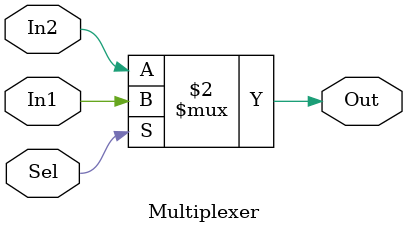
<source format=v>
`timescale 1ns / 1ps

module Multiplexer (input In1, In2,
                    input Sel,
                    output reg Out);
                     
    always @ (*) begin
        Out = Sel ? In1 : In2;
    end                     
                     
endmodule

</source>
